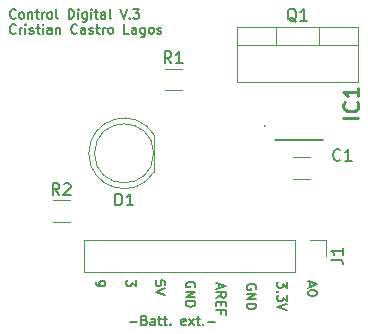
<source format=gbr>
G04 #@! TF.GenerationSoftware,KiCad,Pcbnew,9.0.0*
G04 #@! TF.CreationDate,2025-10-07T06:41:58-03:00*
G04 #@! TF.ProjectId,control temperatura_v3,636f6e74-726f-46c2-9074-656d70657261,rev?*
G04 #@! TF.SameCoordinates,Original*
G04 #@! TF.FileFunction,Legend,Top*
G04 #@! TF.FilePolarity,Positive*
%FSLAX46Y46*%
G04 Gerber Fmt 4.6, Leading zero omitted, Abs format (unit mm)*
G04 Created by KiCad (PCBNEW 9.0.0) date 2025-10-07 06:41:58*
%MOMM*%
%LPD*%
G01*
G04 APERTURE LIST*
%ADD10C,0.150000*%
%ADD11C,0.254000*%
%ADD12C,0.120000*%
%ADD13C,0.100000*%
%ADD14C,0.200000*%
G04 APERTURE END LIST*
D10*
X145268519Y-78058207D02*
X145306614Y-77982017D01*
X145306614Y-77982017D02*
X145306614Y-77867731D01*
X145306614Y-77867731D02*
X145268519Y-77753445D01*
X145268519Y-77753445D02*
X145192329Y-77677255D01*
X145192329Y-77677255D02*
X145116138Y-77639160D01*
X145116138Y-77639160D02*
X144963757Y-77601064D01*
X144963757Y-77601064D02*
X144849471Y-77601064D01*
X144849471Y-77601064D02*
X144697090Y-77639160D01*
X144697090Y-77639160D02*
X144620900Y-77677255D01*
X144620900Y-77677255D02*
X144544710Y-77753445D01*
X144544710Y-77753445D02*
X144506614Y-77867731D01*
X144506614Y-77867731D02*
X144506614Y-77943922D01*
X144506614Y-77943922D02*
X144544710Y-78058207D01*
X144544710Y-78058207D02*
X144582805Y-78096303D01*
X144582805Y-78096303D02*
X144849471Y-78096303D01*
X144849471Y-78096303D02*
X144849471Y-77943922D01*
X144506614Y-78439160D02*
X145306614Y-78439160D01*
X145306614Y-78439160D02*
X144506614Y-78896303D01*
X144506614Y-78896303D02*
X145306614Y-78896303D01*
X144506614Y-79277255D02*
X145306614Y-79277255D01*
X145306614Y-79277255D02*
X145306614Y-79467731D01*
X145306614Y-79467731D02*
X145268519Y-79582017D01*
X145268519Y-79582017D02*
X145192329Y-79658207D01*
X145192329Y-79658207D02*
X145116138Y-79696302D01*
X145116138Y-79696302D02*
X144963757Y-79734398D01*
X144963757Y-79734398D02*
X144849471Y-79734398D01*
X144849471Y-79734398D02*
X144697090Y-79696302D01*
X144697090Y-79696302D02*
X144620900Y-79658207D01*
X144620900Y-79658207D02*
X144544710Y-79582017D01*
X144544710Y-79582017D02*
X144506614Y-79467731D01*
X144506614Y-79467731D02*
X144506614Y-79277255D01*
X142159276Y-77601064D02*
X142159276Y-77982017D01*
X141930704Y-77524874D02*
X142730704Y-77791541D01*
X142730704Y-77791541D02*
X141930704Y-78058207D01*
X141930704Y-78782017D02*
X142311657Y-78515350D01*
X141930704Y-78324874D02*
X142730704Y-78324874D01*
X142730704Y-78324874D02*
X142730704Y-78629636D01*
X142730704Y-78629636D02*
X142692609Y-78705826D01*
X142692609Y-78705826D02*
X142654514Y-78743921D01*
X142654514Y-78743921D02*
X142578323Y-78782017D01*
X142578323Y-78782017D02*
X142464038Y-78782017D01*
X142464038Y-78782017D02*
X142387847Y-78743921D01*
X142387847Y-78743921D02*
X142349752Y-78705826D01*
X142349752Y-78705826D02*
X142311657Y-78629636D01*
X142311657Y-78629636D02*
X142311657Y-78324874D01*
X142349752Y-79124874D02*
X142349752Y-79391540D01*
X141930704Y-79505826D02*
X141930704Y-79124874D01*
X141930704Y-79124874D02*
X142730704Y-79124874D01*
X142730704Y-79124874D02*
X142730704Y-79505826D01*
X142349752Y-80115350D02*
X142349752Y-79848684D01*
X141930704Y-79848684D02*
X142730704Y-79848684D01*
X142730704Y-79848684D02*
X142730704Y-80229636D01*
X149885186Y-77451064D02*
X149885186Y-77832017D01*
X149656614Y-77374874D02*
X150456614Y-77641541D01*
X150456614Y-77641541D02*
X149656614Y-77908207D01*
X150456614Y-78327255D02*
X150456614Y-78403445D01*
X150456614Y-78403445D02*
X150418519Y-78479636D01*
X150418519Y-78479636D02*
X150380424Y-78517731D01*
X150380424Y-78517731D02*
X150304233Y-78555826D01*
X150304233Y-78555826D02*
X150151852Y-78593921D01*
X150151852Y-78593921D02*
X149961376Y-78593921D01*
X149961376Y-78593921D02*
X149808995Y-78555826D01*
X149808995Y-78555826D02*
X149732805Y-78517731D01*
X149732805Y-78517731D02*
X149694710Y-78479636D01*
X149694710Y-78479636D02*
X149656614Y-78403445D01*
X149656614Y-78403445D02*
X149656614Y-78327255D01*
X149656614Y-78327255D02*
X149694710Y-78251064D01*
X149694710Y-78251064D02*
X149732805Y-78212969D01*
X149732805Y-78212969D02*
X149808995Y-78174874D01*
X149808995Y-78174874D02*
X149961376Y-78136778D01*
X149961376Y-78136778D02*
X150151852Y-78136778D01*
X150151852Y-78136778D02*
X150304233Y-78174874D01*
X150304233Y-78174874D02*
X150380424Y-78212969D01*
X150380424Y-78212969D02*
X150418519Y-78251064D01*
X150418519Y-78251064D02*
X150456614Y-78327255D01*
X147880704Y-77412969D02*
X147880704Y-77908207D01*
X147880704Y-77908207D02*
X147575942Y-77641541D01*
X147575942Y-77641541D02*
X147575942Y-77755826D01*
X147575942Y-77755826D02*
X147537847Y-77832017D01*
X147537847Y-77832017D02*
X147499752Y-77870112D01*
X147499752Y-77870112D02*
X147423561Y-77908207D01*
X147423561Y-77908207D02*
X147233085Y-77908207D01*
X147233085Y-77908207D02*
X147156895Y-77870112D01*
X147156895Y-77870112D02*
X147118800Y-77832017D01*
X147118800Y-77832017D02*
X147080704Y-77755826D01*
X147080704Y-77755826D02*
X147080704Y-77527255D01*
X147080704Y-77527255D02*
X147118800Y-77451064D01*
X147118800Y-77451064D02*
X147156895Y-77412969D01*
X147156895Y-78251065D02*
X147118800Y-78289160D01*
X147118800Y-78289160D02*
X147080704Y-78251065D01*
X147080704Y-78251065D02*
X147118800Y-78212969D01*
X147118800Y-78212969D02*
X147156895Y-78251065D01*
X147156895Y-78251065D02*
X147080704Y-78251065D01*
X147880704Y-78555826D02*
X147880704Y-79051064D01*
X147880704Y-79051064D02*
X147575942Y-78784398D01*
X147575942Y-78784398D02*
X147575942Y-78898683D01*
X147575942Y-78898683D02*
X147537847Y-78974874D01*
X147537847Y-78974874D02*
X147499752Y-79012969D01*
X147499752Y-79012969D02*
X147423561Y-79051064D01*
X147423561Y-79051064D02*
X147233085Y-79051064D01*
X147233085Y-79051064D02*
X147156895Y-79012969D01*
X147156895Y-79012969D02*
X147118800Y-78974874D01*
X147118800Y-78974874D02*
X147080704Y-78898683D01*
X147080704Y-78898683D02*
X147080704Y-78670112D01*
X147080704Y-78670112D02*
X147118800Y-78593921D01*
X147118800Y-78593921D02*
X147156895Y-78555826D01*
X147880704Y-79279636D02*
X147080704Y-79546303D01*
X147080704Y-79546303D02*
X147880704Y-79812969D01*
X124921303Y-55067127D02*
X124883207Y-55105223D01*
X124883207Y-55105223D02*
X124768922Y-55143318D01*
X124768922Y-55143318D02*
X124692731Y-55143318D01*
X124692731Y-55143318D02*
X124578445Y-55105223D01*
X124578445Y-55105223D02*
X124502255Y-55029032D01*
X124502255Y-55029032D02*
X124464160Y-54952842D01*
X124464160Y-54952842D02*
X124426064Y-54800461D01*
X124426064Y-54800461D02*
X124426064Y-54686175D01*
X124426064Y-54686175D02*
X124464160Y-54533794D01*
X124464160Y-54533794D02*
X124502255Y-54457603D01*
X124502255Y-54457603D02*
X124578445Y-54381413D01*
X124578445Y-54381413D02*
X124692731Y-54343318D01*
X124692731Y-54343318D02*
X124768922Y-54343318D01*
X124768922Y-54343318D02*
X124883207Y-54381413D01*
X124883207Y-54381413D02*
X124921303Y-54419508D01*
X125378445Y-55143318D02*
X125302255Y-55105223D01*
X125302255Y-55105223D02*
X125264160Y-55067127D01*
X125264160Y-55067127D02*
X125226064Y-54990937D01*
X125226064Y-54990937D02*
X125226064Y-54762365D01*
X125226064Y-54762365D02*
X125264160Y-54686175D01*
X125264160Y-54686175D02*
X125302255Y-54648080D01*
X125302255Y-54648080D02*
X125378445Y-54609984D01*
X125378445Y-54609984D02*
X125492731Y-54609984D01*
X125492731Y-54609984D02*
X125568922Y-54648080D01*
X125568922Y-54648080D02*
X125607017Y-54686175D01*
X125607017Y-54686175D02*
X125645112Y-54762365D01*
X125645112Y-54762365D02*
X125645112Y-54990937D01*
X125645112Y-54990937D02*
X125607017Y-55067127D01*
X125607017Y-55067127D02*
X125568922Y-55105223D01*
X125568922Y-55105223D02*
X125492731Y-55143318D01*
X125492731Y-55143318D02*
X125378445Y-55143318D01*
X125987970Y-54609984D02*
X125987970Y-55143318D01*
X125987970Y-54686175D02*
X126026065Y-54648080D01*
X126026065Y-54648080D02*
X126102255Y-54609984D01*
X126102255Y-54609984D02*
X126216541Y-54609984D01*
X126216541Y-54609984D02*
X126292732Y-54648080D01*
X126292732Y-54648080D02*
X126330827Y-54724270D01*
X126330827Y-54724270D02*
X126330827Y-55143318D01*
X126597494Y-54609984D02*
X126902256Y-54609984D01*
X126711780Y-54343318D02*
X126711780Y-55029032D01*
X126711780Y-55029032D02*
X126749875Y-55105223D01*
X126749875Y-55105223D02*
X126826065Y-55143318D01*
X126826065Y-55143318D02*
X126902256Y-55143318D01*
X127168923Y-55143318D02*
X127168923Y-54609984D01*
X127168923Y-54762365D02*
X127207018Y-54686175D01*
X127207018Y-54686175D02*
X127245113Y-54648080D01*
X127245113Y-54648080D02*
X127321304Y-54609984D01*
X127321304Y-54609984D02*
X127397494Y-54609984D01*
X127778446Y-55143318D02*
X127702256Y-55105223D01*
X127702256Y-55105223D02*
X127664161Y-55067127D01*
X127664161Y-55067127D02*
X127626065Y-54990937D01*
X127626065Y-54990937D02*
X127626065Y-54762365D01*
X127626065Y-54762365D02*
X127664161Y-54686175D01*
X127664161Y-54686175D02*
X127702256Y-54648080D01*
X127702256Y-54648080D02*
X127778446Y-54609984D01*
X127778446Y-54609984D02*
X127892732Y-54609984D01*
X127892732Y-54609984D02*
X127968923Y-54648080D01*
X127968923Y-54648080D02*
X128007018Y-54686175D01*
X128007018Y-54686175D02*
X128045113Y-54762365D01*
X128045113Y-54762365D02*
X128045113Y-54990937D01*
X128045113Y-54990937D02*
X128007018Y-55067127D01*
X128007018Y-55067127D02*
X127968923Y-55105223D01*
X127968923Y-55105223D02*
X127892732Y-55143318D01*
X127892732Y-55143318D02*
X127778446Y-55143318D01*
X128502256Y-55143318D02*
X128426066Y-55105223D01*
X128426066Y-55105223D02*
X128387971Y-55029032D01*
X128387971Y-55029032D02*
X128387971Y-54343318D01*
X129416543Y-55143318D02*
X129416543Y-54343318D01*
X129416543Y-54343318D02*
X129607019Y-54343318D01*
X129607019Y-54343318D02*
X129721305Y-54381413D01*
X129721305Y-54381413D02*
X129797495Y-54457603D01*
X129797495Y-54457603D02*
X129835590Y-54533794D01*
X129835590Y-54533794D02*
X129873686Y-54686175D01*
X129873686Y-54686175D02*
X129873686Y-54800461D01*
X129873686Y-54800461D02*
X129835590Y-54952842D01*
X129835590Y-54952842D02*
X129797495Y-55029032D01*
X129797495Y-55029032D02*
X129721305Y-55105223D01*
X129721305Y-55105223D02*
X129607019Y-55143318D01*
X129607019Y-55143318D02*
X129416543Y-55143318D01*
X130216543Y-55143318D02*
X130216543Y-54609984D01*
X130216543Y-54343318D02*
X130178447Y-54381413D01*
X130178447Y-54381413D02*
X130216543Y-54419508D01*
X130216543Y-54419508D02*
X130254638Y-54381413D01*
X130254638Y-54381413D02*
X130216543Y-54343318D01*
X130216543Y-54343318D02*
X130216543Y-54419508D01*
X130940352Y-54609984D02*
X130940352Y-55257603D01*
X130940352Y-55257603D02*
X130902257Y-55333794D01*
X130902257Y-55333794D02*
X130864161Y-55371889D01*
X130864161Y-55371889D02*
X130787971Y-55409984D01*
X130787971Y-55409984D02*
X130673685Y-55409984D01*
X130673685Y-55409984D02*
X130597495Y-55371889D01*
X130940352Y-55105223D02*
X130864161Y-55143318D01*
X130864161Y-55143318D02*
X130711780Y-55143318D01*
X130711780Y-55143318D02*
X130635590Y-55105223D01*
X130635590Y-55105223D02*
X130597495Y-55067127D01*
X130597495Y-55067127D02*
X130559399Y-54990937D01*
X130559399Y-54990937D02*
X130559399Y-54762365D01*
X130559399Y-54762365D02*
X130597495Y-54686175D01*
X130597495Y-54686175D02*
X130635590Y-54648080D01*
X130635590Y-54648080D02*
X130711780Y-54609984D01*
X130711780Y-54609984D02*
X130864161Y-54609984D01*
X130864161Y-54609984D02*
X130940352Y-54648080D01*
X131321305Y-55143318D02*
X131321305Y-54609984D01*
X131321305Y-54343318D02*
X131283209Y-54381413D01*
X131283209Y-54381413D02*
X131321305Y-54419508D01*
X131321305Y-54419508D02*
X131359400Y-54381413D01*
X131359400Y-54381413D02*
X131321305Y-54343318D01*
X131321305Y-54343318D02*
X131321305Y-54419508D01*
X131587971Y-54609984D02*
X131892733Y-54609984D01*
X131702257Y-54343318D02*
X131702257Y-55029032D01*
X131702257Y-55029032D02*
X131740352Y-55105223D01*
X131740352Y-55105223D02*
X131816542Y-55143318D01*
X131816542Y-55143318D02*
X131892733Y-55143318D01*
X132502257Y-55143318D02*
X132502257Y-54724270D01*
X132502257Y-54724270D02*
X132464162Y-54648080D01*
X132464162Y-54648080D02*
X132387971Y-54609984D01*
X132387971Y-54609984D02*
X132235590Y-54609984D01*
X132235590Y-54609984D02*
X132159400Y-54648080D01*
X132502257Y-55105223D02*
X132426066Y-55143318D01*
X132426066Y-55143318D02*
X132235590Y-55143318D01*
X132235590Y-55143318D02*
X132159400Y-55105223D01*
X132159400Y-55105223D02*
X132121304Y-55029032D01*
X132121304Y-55029032D02*
X132121304Y-54952842D01*
X132121304Y-54952842D02*
X132159400Y-54876651D01*
X132159400Y-54876651D02*
X132235590Y-54838556D01*
X132235590Y-54838556D02*
X132426066Y-54838556D01*
X132426066Y-54838556D02*
X132502257Y-54800461D01*
X132997495Y-55143318D02*
X132921305Y-55105223D01*
X132921305Y-55105223D02*
X132883210Y-55029032D01*
X132883210Y-55029032D02*
X132883210Y-54343318D01*
X133797496Y-54343318D02*
X134064163Y-55143318D01*
X134064163Y-55143318D02*
X134330829Y-54343318D01*
X134597496Y-55067127D02*
X134635591Y-55105223D01*
X134635591Y-55105223D02*
X134597496Y-55143318D01*
X134597496Y-55143318D02*
X134559400Y-55105223D01*
X134559400Y-55105223D02*
X134597496Y-55067127D01*
X134597496Y-55067127D02*
X134597496Y-55143318D01*
X134902257Y-54343318D02*
X135397495Y-54343318D01*
X135397495Y-54343318D02*
X135130829Y-54648080D01*
X135130829Y-54648080D02*
X135245114Y-54648080D01*
X135245114Y-54648080D02*
X135321305Y-54686175D01*
X135321305Y-54686175D02*
X135359400Y-54724270D01*
X135359400Y-54724270D02*
X135397495Y-54800461D01*
X135397495Y-54800461D02*
X135397495Y-54990937D01*
X135397495Y-54990937D02*
X135359400Y-55067127D01*
X135359400Y-55067127D02*
X135321305Y-55105223D01*
X135321305Y-55105223D02*
X135245114Y-55143318D01*
X135245114Y-55143318D02*
X135016543Y-55143318D01*
X135016543Y-55143318D02*
X134940352Y-55105223D01*
X134940352Y-55105223D02*
X134902257Y-55067127D01*
X124921303Y-56355082D02*
X124883207Y-56393178D01*
X124883207Y-56393178D02*
X124768922Y-56431273D01*
X124768922Y-56431273D02*
X124692731Y-56431273D01*
X124692731Y-56431273D02*
X124578445Y-56393178D01*
X124578445Y-56393178D02*
X124502255Y-56316987D01*
X124502255Y-56316987D02*
X124464160Y-56240797D01*
X124464160Y-56240797D02*
X124426064Y-56088416D01*
X124426064Y-56088416D02*
X124426064Y-55974130D01*
X124426064Y-55974130D02*
X124464160Y-55821749D01*
X124464160Y-55821749D02*
X124502255Y-55745558D01*
X124502255Y-55745558D02*
X124578445Y-55669368D01*
X124578445Y-55669368D02*
X124692731Y-55631273D01*
X124692731Y-55631273D02*
X124768922Y-55631273D01*
X124768922Y-55631273D02*
X124883207Y-55669368D01*
X124883207Y-55669368D02*
X124921303Y-55707463D01*
X125264160Y-56431273D02*
X125264160Y-55897939D01*
X125264160Y-56050320D02*
X125302255Y-55974130D01*
X125302255Y-55974130D02*
X125340350Y-55936035D01*
X125340350Y-55936035D02*
X125416541Y-55897939D01*
X125416541Y-55897939D02*
X125492731Y-55897939D01*
X125759398Y-56431273D02*
X125759398Y-55897939D01*
X125759398Y-55631273D02*
X125721302Y-55669368D01*
X125721302Y-55669368D02*
X125759398Y-55707463D01*
X125759398Y-55707463D02*
X125797493Y-55669368D01*
X125797493Y-55669368D02*
X125759398Y-55631273D01*
X125759398Y-55631273D02*
X125759398Y-55707463D01*
X126102254Y-56393178D02*
X126178445Y-56431273D01*
X126178445Y-56431273D02*
X126330826Y-56431273D01*
X126330826Y-56431273D02*
X126407016Y-56393178D01*
X126407016Y-56393178D02*
X126445112Y-56316987D01*
X126445112Y-56316987D02*
X126445112Y-56278892D01*
X126445112Y-56278892D02*
X126407016Y-56202701D01*
X126407016Y-56202701D02*
X126330826Y-56164606D01*
X126330826Y-56164606D02*
X126216540Y-56164606D01*
X126216540Y-56164606D02*
X126140350Y-56126511D01*
X126140350Y-56126511D02*
X126102254Y-56050320D01*
X126102254Y-56050320D02*
X126102254Y-56012225D01*
X126102254Y-56012225D02*
X126140350Y-55936035D01*
X126140350Y-55936035D02*
X126216540Y-55897939D01*
X126216540Y-55897939D02*
X126330826Y-55897939D01*
X126330826Y-55897939D02*
X126407016Y-55936035D01*
X126673683Y-55897939D02*
X126978445Y-55897939D01*
X126787969Y-55631273D02*
X126787969Y-56316987D01*
X126787969Y-56316987D02*
X126826064Y-56393178D01*
X126826064Y-56393178D02*
X126902254Y-56431273D01*
X126902254Y-56431273D02*
X126978445Y-56431273D01*
X127245112Y-56431273D02*
X127245112Y-55897939D01*
X127245112Y-55631273D02*
X127207016Y-55669368D01*
X127207016Y-55669368D02*
X127245112Y-55707463D01*
X127245112Y-55707463D02*
X127283207Y-55669368D01*
X127283207Y-55669368D02*
X127245112Y-55631273D01*
X127245112Y-55631273D02*
X127245112Y-55707463D01*
X127968921Y-56431273D02*
X127968921Y-56012225D01*
X127968921Y-56012225D02*
X127930826Y-55936035D01*
X127930826Y-55936035D02*
X127854635Y-55897939D01*
X127854635Y-55897939D02*
X127702254Y-55897939D01*
X127702254Y-55897939D02*
X127626064Y-55936035D01*
X127968921Y-56393178D02*
X127892730Y-56431273D01*
X127892730Y-56431273D02*
X127702254Y-56431273D01*
X127702254Y-56431273D02*
X127626064Y-56393178D01*
X127626064Y-56393178D02*
X127587968Y-56316987D01*
X127587968Y-56316987D02*
X127587968Y-56240797D01*
X127587968Y-56240797D02*
X127626064Y-56164606D01*
X127626064Y-56164606D02*
X127702254Y-56126511D01*
X127702254Y-56126511D02*
X127892730Y-56126511D01*
X127892730Y-56126511D02*
X127968921Y-56088416D01*
X128349874Y-55897939D02*
X128349874Y-56431273D01*
X128349874Y-55974130D02*
X128387969Y-55936035D01*
X128387969Y-55936035D02*
X128464159Y-55897939D01*
X128464159Y-55897939D02*
X128578445Y-55897939D01*
X128578445Y-55897939D02*
X128654636Y-55936035D01*
X128654636Y-55936035D02*
X128692731Y-56012225D01*
X128692731Y-56012225D02*
X128692731Y-56431273D01*
X130140351Y-56355082D02*
X130102255Y-56393178D01*
X130102255Y-56393178D02*
X129987970Y-56431273D01*
X129987970Y-56431273D02*
X129911779Y-56431273D01*
X129911779Y-56431273D02*
X129797493Y-56393178D01*
X129797493Y-56393178D02*
X129721303Y-56316987D01*
X129721303Y-56316987D02*
X129683208Y-56240797D01*
X129683208Y-56240797D02*
X129645112Y-56088416D01*
X129645112Y-56088416D02*
X129645112Y-55974130D01*
X129645112Y-55974130D02*
X129683208Y-55821749D01*
X129683208Y-55821749D02*
X129721303Y-55745558D01*
X129721303Y-55745558D02*
X129797493Y-55669368D01*
X129797493Y-55669368D02*
X129911779Y-55631273D01*
X129911779Y-55631273D02*
X129987970Y-55631273D01*
X129987970Y-55631273D02*
X130102255Y-55669368D01*
X130102255Y-55669368D02*
X130140351Y-55707463D01*
X130826065Y-56431273D02*
X130826065Y-56012225D01*
X130826065Y-56012225D02*
X130787970Y-55936035D01*
X130787970Y-55936035D02*
X130711779Y-55897939D01*
X130711779Y-55897939D02*
X130559398Y-55897939D01*
X130559398Y-55897939D02*
X130483208Y-55936035D01*
X130826065Y-56393178D02*
X130749874Y-56431273D01*
X130749874Y-56431273D02*
X130559398Y-56431273D01*
X130559398Y-56431273D02*
X130483208Y-56393178D01*
X130483208Y-56393178D02*
X130445112Y-56316987D01*
X130445112Y-56316987D02*
X130445112Y-56240797D01*
X130445112Y-56240797D02*
X130483208Y-56164606D01*
X130483208Y-56164606D02*
X130559398Y-56126511D01*
X130559398Y-56126511D02*
X130749874Y-56126511D01*
X130749874Y-56126511D02*
X130826065Y-56088416D01*
X131168922Y-56393178D02*
X131245113Y-56431273D01*
X131245113Y-56431273D02*
X131397494Y-56431273D01*
X131397494Y-56431273D02*
X131473684Y-56393178D01*
X131473684Y-56393178D02*
X131511780Y-56316987D01*
X131511780Y-56316987D02*
X131511780Y-56278892D01*
X131511780Y-56278892D02*
X131473684Y-56202701D01*
X131473684Y-56202701D02*
X131397494Y-56164606D01*
X131397494Y-56164606D02*
X131283208Y-56164606D01*
X131283208Y-56164606D02*
X131207018Y-56126511D01*
X131207018Y-56126511D02*
X131168922Y-56050320D01*
X131168922Y-56050320D02*
X131168922Y-56012225D01*
X131168922Y-56012225D02*
X131207018Y-55936035D01*
X131207018Y-55936035D02*
X131283208Y-55897939D01*
X131283208Y-55897939D02*
X131397494Y-55897939D01*
X131397494Y-55897939D02*
X131473684Y-55936035D01*
X131740351Y-55897939D02*
X132045113Y-55897939D01*
X131854637Y-55631273D02*
X131854637Y-56316987D01*
X131854637Y-56316987D02*
X131892732Y-56393178D01*
X131892732Y-56393178D02*
X131968922Y-56431273D01*
X131968922Y-56431273D02*
X132045113Y-56431273D01*
X132311780Y-56431273D02*
X132311780Y-55897939D01*
X132311780Y-56050320D02*
X132349875Y-55974130D01*
X132349875Y-55974130D02*
X132387970Y-55936035D01*
X132387970Y-55936035D02*
X132464161Y-55897939D01*
X132464161Y-55897939D02*
X132540351Y-55897939D01*
X132921303Y-56431273D02*
X132845113Y-56393178D01*
X132845113Y-56393178D02*
X132807018Y-56355082D01*
X132807018Y-56355082D02*
X132768922Y-56278892D01*
X132768922Y-56278892D02*
X132768922Y-56050320D01*
X132768922Y-56050320D02*
X132807018Y-55974130D01*
X132807018Y-55974130D02*
X132845113Y-55936035D01*
X132845113Y-55936035D02*
X132921303Y-55897939D01*
X132921303Y-55897939D02*
X133035589Y-55897939D01*
X133035589Y-55897939D02*
X133111780Y-55936035D01*
X133111780Y-55936035D02*
X133149875Y-55974130D01*
X133149875Y-55974130D02*
X133187970Y-56050320D01*
X133187970Y-56050320D02*
X133187970Y-56278892D01*
X133187970Y-56278892D02*
X133149875Y-56355082D01*
X133149875Y-56355082D02*
X133111780Y-56393178D01*
X133111780Y-56393178D02*
X133035589Y-56431273D01*
X133035589Y-56431273D02*
X132921303Y-56431273D01*
X134521304Y-56431273D02*
X134140352Y-56431273D01*
X134140352Y-56431273D02*
X134140352Y-55631273D01*
X135130828Y-56431273D02*
X135130828Y-56012225D01*
X135130828Y-56012225D02*
X135092733Y-55936035D01*
X135092733Y-55936035D02*
X135016542Y-55897939D01*
X135016542Y-55897939D02*
X134864161Y-55897939D01*
X134864161Y-55897939D02*
X134787971Y-55936035D01*
X135130828Y-56393178D02*
X135054637Y-56431273D01*
X135054637Y-56431273D02*
X134864161Y-56431273D01*
X134864161Y-56431273D02*
X134787971Y-56393178D01*
X134787971Y-56393178D02*
X134749875Y-56316987D01*
X134749875Y-56316987D02*
X134749875Y-56240797D01*
X134749875Y-56240797D02*
X134787971Y-56164606D01*
X134787971Y-56164606D02*
X134864161Y-56126511D01*
X134864161Y-56126511D02*
X135054637Y-56126511D01*
X135054637Y-56126511D02*
X135130828Y-56088416D01*
X135854638Y-55897939D02*
X135854638Y-56545558D01*
X135854638Y-56545558D02*
X135816543Y-56621749D01*
X135816543Y-56621749D02*
X135778447Y-56659844D01*
X135778447Y-56659844D02*
X135702257Y-56697939D01*
X135702257Y-56697939D02*
X135587971Y-56697939D01*
X135587971Y-56697939D02*
X135511781Y-56659844D01*
X135854638Y-56393178D02*
X135778447Y-56431273D01*
X135778447Y-56431273D02*
X135626066Y-56431273D01*
X135626066Y-56431273D02*
X135549876Y-56393178D01*
X135549876Y-56393178D02*
X135511781Y-56355082D01*
X135511781Y-56355082D02*
X135473685Y-56278892D01*
X135473685Y-56278892D02*
X135473685Y-56050320D01*
X135473685Y-56050320D02*
X135511781Y-55974130D01*
X135511781Y-55974130D02*
X135549876Y-55936035D01*
X135549876Y-55936035D02*
X135626066Y-55897939D01*
X135626066Y-55897939D02*
X135778447Y-55897939D01*
X135778447Y-55897939D02*
X135854638Y-55936035D01*
X136349876Y-56431273D02*
X136273686Y-56393178D01*
X136273686Y-56393178D02*
X136235591Y-56355082D01*
X136235591Y-56355082D02*
X136197495Y-56278892D01*
X136197495Y-56278892D02*
X136197495Y-56050320D01*
X136197495Y-56050320D02*
X136235591Y-55974130D01*
X136235591Y-55974130D02*
X136273686Y-55936035D01*
X136273686Y-55936035D02*
X136349876Y-55897939D01*
X136349876Y-55897939D02*
X136464162Y-55897939D01*
X136464162Y-55897939D02*
X136540353Y-55936035D01*
X136540353Y-55936035D02*
X136578448Y-55974130D01*
X136578448Y-55974130D02*
X136616543Y-56050320D01*
X136616543Y-56050320D02*
X136616543Y-56278892D01*
X136616543Y-56278892D02*
X136578448Y-56355082D01*
X136578448Y-56355082D02*
X136540353Y-56393178D01*
X136540353Y-56393178D02*
X136464162Y-56431273D01*
X136464162Y-56431273D02*
X136349876Y-56431273D01*
X136921305Y-56393178D02*
X136997496Y-56431273D01*
X136997496Y-56431273D02*
X137149877Y-56431273D01*
X137149877Y-56431273D02*
X137226067Y-56393178D01*
X137226067Y-56393178D02*
X137264163Y-56316987D01*
X137264163Y-56316987D02*
X137264163Y-56278892D01*
X137264163Y-56278892D02*
X137226067Y-56202701D01*
X137226067Y-56202701D02*
X137149877Y-56164606D01*
X137149877Y-56164606D02*
X137035591Y-56164606D01*
X137035591Y-56164606D02*
X136959401Y-56126511D01*
X136959401Y-56126511D02*
X136921305Y-56050320D01*
X136921305Y-56050320D02*
X136921305Y-56012225D01*
X136921305Y-56012225D02*
X136959401Y-55936035D01*
X136959401Y-55936035D02*
X137035591Y-55897939D01*
X137035591Y-55897939D02*
X137149877Y-55897939D01*
X137149877Y-55897939D02*
X137226067Y-55936035D01*
X140118519Y-77865476D02*
X140156614Y-77789286D01*
X140156614Y-77789286D02*
X140156614Y-77675000D01*
X140156614Y-77675000D02*
X140118519Y-77560714D01*
X140118519Y-77560714D02*
X140042329Y-77484524D01*
X140042329Y-77484524D02*
X139966138Y-77446429D01*
X139966138Y-77446429D02*
X139813757Y-77408333D01*
X139813757Y-77408333D02*
X139699471Y-77408333D01*
X139699471Y-77408333D02*
X139547090Y-77446429D01*
X139547090Y-77446429D02*
X139470900Y-77484524D01*
X139470900Y-77484524D02*
X139394710Y-77560714D01*
X139394710Y-77560714D02*
X139356614Y-77675000D01*
X139356614Y-77675000D02*
X139356614Y-77751191D01*
X139356614Y-77751191D02*
X139394710Y-77865476D01*
X139394710Y-77865476D02*
X139432805Y-77903572D01*
X139432805Y-77903572D02*
X139699471Y-77903572D01*
X139699471Y-77903572D02*
X139699471Y-77751191D01*
X139356614Y-78246429D02*
X140156614Y-78246429D01*
X140156614Y-78246429D02*
X139356614Y-78703572D01*
X139356614Y-78703572D02*
X140156614Y-78703572D01*
X139356614Y-79084524D02*
X140156614Y-79084524D01*
X140156614Y-79084524D02*
X140156614Y-79275000D01*
X140156614Y-79275000D02*
X140118519Y-79389286D01*
X140118519Y-79389286D02*
X140042329Y-79465476D01*
X140042329Y-79465476D02*
X139966138Y-79503571D01*
X139966138Y-79503571D02*
X139813757Y-79541667D01*
X139813757Y-79541667D02*
X139699471Y-79541667D01*
X139699471Y-79541667D02*
X139547090Y-79503571D01*
X139547090Y-79503571D02*
X139470900Y-79465476D01*
X139470900Y-79465476D02*
X139394710Y-79389286D01*
X139394710Y-79389286D02*
X139356614Y-79275000D01*
X139356614Y-79275000D02*
X139356614Y-79084524D01*
X137580704Y-77713095D02*
X137580704Y-77332143D01*
X137580704Y-77332143D02*
X137199752Y-77294047D01*
X137199752Y-77294047D02*
X137237847Y-77332143D01*
X137237847Y-77332143D02*
X137275942Y-77408333D01*
X137275942Y-77408333D02*
X137275942Y-77598809D01*
X137275942Y-77598809D02*
X137237847Y-77675000D01*
X137237847Y-77675000D02*
X137199752Y-77713095D01*
X137199752Y-77713095D02*
X137123561Y-77751190D01*
X137123561Y-77751190D02*
X136933085Y-77751190D01*
X136933085Y-77751190D02*
X136856895Y-77713095D01*
X136856895Y-77713095D02*
X136818800Y-77675000D01*
X136818800Y-77675000D02*
X136780704Y-77598809D01*
X136780704Y-77598809D02*
X136780704Y-77408333D01*
X136780704Y-77408333D02*
X136818800Y-77332143D01*
X136818800Y-77332143D02*
X136856895Y-77294047D01*
X137580704Y-77979762D02*
X136780704Y-78246429D01*
X136780704Y-78246429D02*
X137580704Y-78513095D01*
X135081614Y-77287969D02*
X135081614Y-77783207D01*
X135081614Y-77783207D02*
X134776852Y-77516541D01*
X134776852Y-77516541D02*
X134776852Y-77630826D01*
X134776852Y-77630826D02*
X134738757Y-77707017D01*
X134738757Y-77707017D02*
X134700662Y-77745112D01*
X134700662Y-77745112D02*
X134624471Y-77783207D01*
X134624471Y-77783207D02*
X134433995Y-77783207D01*
X134433995Y-77783207D02*
X134357805Y-77745112D01*
X134357805Y-77745112D02*
X134319710Y-77707017D01*
X134319710Y-77707017D02*
X134281614Y-77630826D01*
X134281614Y-77630826D02*
X134281614Y-77402255D01*
X134281614Y-77402255D02*
X134319710Y-77326064D01*
X134319710Y-77326064D02*
X134357805Y-77287969D01*
X131705704Y-77402255D02*
X131705704Y-77554636D01*
X131705704Y-77554636D02*
X131743800Y-77630826D01*
X131743800Y-77630826D02*
X131781895Y-77668922D01*
X131781895Y-77668922D02*
X131896180Y-77745112D01*
X131896180Y-77745112D02*
X132048561Y-77783207D01*
X132048561Y-77783207D02*
X132353323Y-77783207D01*
X132353323Y-77783207D02*
X132429514Y-77745112D01*
X132429514Y-77745112D02*
X132467609Y-77707017D01*
X132467609Y-77707017D02*
X132505704Y-77630826D01*
X132505704Y-77630826D02*
X132505704Y-77478445D01*
X132505704Y-77478445D02*
X132467609Y-77402255D01*
X132467609Y-77402255D02*
X132429514Y-77364160D01*
X132429514Y-77364160D02*
X132353323Y-77326064D01*
X132353323Y-77326064D02*
X132162847Y-77326064D01*
X132162847Y-77326064D02*
X132086657Y-77364160D01*
X132086657Y-77364160D02*
X132048561Y-77402255D01*
X132048561Y-77402255D02*
X132010466Y-77478445D01*
X132010466Y-77478445D02*
X132010466Y-77630826D01*
X132010466Y-77630826D02*
X132048561Y-77707017D01*
X132048561Y-77707017D02*
X132086657Y-77745112D01*
X132086657Y-77745112D02*
X132162847Y-77783207D01*
X134589160Y-80789533D02*
X135198684Y-80789533D01*
X135846302Y-80675247D02*
X135960588Y-80713342D01*
X135960588Y-80713342D02*
X135998683Y-80751438D01*
X135998683Y-80751438D02*
X136036779Y-80827628D01*
X136036779Y-80827628D02*
X136036779Y-80941914D01*
X136036779Y-80941914D02*
X135998683Y-81018104D01*
X135998683Y-81018104D02*
X135960588Y-81056200D01*
X135960588Y-81056200D02*
X135884398Y-81094295D01*
X135884398Y-81094295D02*
X135579636Y-81094295D01*
X135579636Y-81094295D02*
X135579636Y-80294295D01*
X135579636Y-80294295D02*
X135846302Y-80294295D01*
X135846302Y-80294295D02*
X135922493Y-80332390D01*
X135922493Y-80332390D02*
X135960588Y-80370485D01*
X135960588Y-80370485D02*
X135998683Y-80446676D01*
X135998683Y-80446676D02*
X135998683Y-80522866D01*
X135998683Y-80522866D02*
X135960588Y-80599057D01*
X135960588Y-80599057D02*
X135922493Y-80637152D01*
X135922493Y-80637152D02*
X135846302Y-80675247D01*
X135846302Y-80675247D02*
X135579636Y-80675247D01*
X136722493Y-81094295D02*
X136722493Y-80675247D01*
X136722493Y-80675247D02*
X136684398Y-80599057D01*
X136684398Y-80599057D02*
X136608207Y-80560961D01*
X136608207Y-80560961D02*
X136455826Y-80560961D01*
X136455826Y-80560961D02*
X136379636Y-80599057D01*
X136722493Y-81056200D02*
X136646302Y-81094295D01*
X136646302Y-81094295D02*
X136455826Y-81094295D01*
X136455826Y-81094295D02*
X136379636Y-81056200D01*
X136379636Y-81056200D02*
X136341540Y-80980009D01*
X136341540Y-80980009D02*
X136341540Y-80903819D01*
X136341540Y-80903819D02*
X136379636Y-80827628D01*
X136379636Y-80827628D02*
X136455826Y-80789533D01*
X136455826Y-80789533D02*
X136646302Y-80789533D01*
X136646302Y-80789533D02*
X136722493Y-80751438D01*
X136989160Y-80560961D02*
X137293922Y-80560961D01*
X137103446Y-80294295D02*
X137103446Y-80980009D01*
X137103446Y-80980009D02*
X137141541Y-81056200D01*
X137141541Y-81056200D02*
X137217731Y-81094295D01*
X137217731Y-81094295D02*
X137293922Y-81094295D01*
X137446303Y-80560961D02*
X137751065Y-80560961D01*
X137560589Y-80294295D02*
X137560589Y-80980009D01*
X137560589Y-80980009D02*
X137598684Y-81056200D01*
X137598684Y-81056200D02*
X137674874Y-81094295D01*
X137674874Y-81094295D02*
X137751065Y-81094295D01*
X138017732Y-81018104D02*
X138055827Y-81056200D01*
X138055827Y-81056200D02*
X138017732Y-81094295D01*
X138017732Y-81094295D02*
X137979636Y-81056200D01*
X137979636Y-81056200D02*
X138017732Y-81018104D01*
X138017732Y-81018104D02*
X138017732Y-81094295D01*
X139312970Y-81056200D02*
X139236779Y-81094295D01*
X139236779Y-81094295D02*
X139084398Y-81094295D01*
X139084398Y-81094295D02*
X139008208Y-81056200D01*
X139008208Y-81056200D02*
X138970112Y-80980009D01*
X138970112Y-80980009D02*
X138970112Y-80675247D01*
X138970112Y-80675247D02*
X139008208Y-80599057D01*
X139008208Y-80599057D02*
X139084398Y-80560961D01*
X139084398Y-80560961D02*
X139236779Y-80560961D01*
X139236779Y-80560961D02*
X139312970Y-80599057D01*
X139312970Y-80599057D02*
X139351065Y-80675247D01*
X139351065Y-80675247D02*
X139351065Y-80751438D01*
X139351065Y-80751438D02*
X138970112Y-80827628D01*
X139617731Y-81094295D02*
X140036779Y-80560961D01*
X139617731Y-80560961D02*
X140036779Y-81094295D01*
X140227255Y-80560961D02*
X140532017Y-80560961D01*
X140341541Y-80294295D02*
X140341541Y-80980009D01*
X140341541Y-80980009D02*
X140379636Y-81056200D01*
X140379636Y-81056200D02*
X140455826Y-81094295D01*
X140455826Y-81094295D02*
X140532017Y-81094295D01*
X140798684Y-81018104D02*
X140836779Y-81056200D01*
X140836779Y-81056200D02*
X140798684Y-81094295D01*
X140798684Y-81094295D02*
X140760588Y-81056200D01*
X140760588Y-81056200D02*
X140798684Y-81018104D01*
X140798684Y-81018104D02*
X140798684Y-81094295D01*
X141179636Y-80789533D02*
X141789160Y-80789533D01*
X151634819Y-75558333D02*
X152349104Y-75558333D01*
X152349104Y-75558333D02*
X152491961Y-75605952D01*
X152491961Y-75605952D02*
X152587200Y-75701190D01*
X152587200Y-75701190D02*
X152634819Y-75844047D01*
X152634819Y-75844047D02*
X152634819Y-75939285D01*
X152634819Y-74558333D02*
X152634819Y-75129761D01*
X152634819Y-74844047D02*
X151634819Y-74844047D01*
X151634819Y-74844047D02*
X151777676Y-74939285D01*
X151777676Y-74939285D02*
X151872914Y-75034523D01*
X151872914Y-75034523D02*
X151920533Y-75129761D01*
X128633333Y-70084819D02*
X128300000Y-69608628D01*
X128061905Y-70084819D02*
X128061905Y-69084819D01*
X128061905Y-69084819D02*
X128442857Y-69084819D01*
X128442857Y-69084819D02*
X128538095Y-69132438D01*
X128538095Y-69132438D02*
X128585714Y-69180057D01*
X128585714Y-69180057D02*
X128633333Y-69275295D01*
X128633333Y-69275295D02*
X128633333Y-69418152D01*
X128633333Y-69418152D02*
X128585714Y-69513390D01*
X128585714Y-69513390D02*
X128538095Y-69561009D01*
X128538095Y-69561009D02*
X128442857Y-69608628D01*
X128442857Y-69608628D02*
X128061905Y-69608628D01*
X129014286Y-69180057D02*
X129061905Y-69132438D01*
X129061905Y-69132438D02*
X129157143Y-69084819D01*
X129157143Y-69084819D02*
X129395238Y-69084819D01*
X129395238Y-69084819D02*
X129490476Y-69132438D01*
X129490476Y-69132438D02*
X129538095Y-69180057D01*
X129538095Y-69180057D02*
X129585714Y-69275295D01*
X129585714Y-69275295D02*
X129585714Y-69370533D01*
X129585714Y-69370533D02*
X129538095Y-69513390D01*
X129538095Y-69513390D02*
X128966667Y-70084819D01*
X128966667Y-70084819D02*
X129585714Y-70084819D01*
D11*
X153949318Y-63539762D02*
X152679318Y-63539762D01*
X153828365Y-62209285D02*
X153888842Y-62269761D01*
X153888842Y-62269761D02*
X153949318Y-62451190D01*
X153949318Y-62451190D02*
X153949318Y-62572142D01*
X153949318Y-62572142D02*
X153888842Y-62753571D01*
X153888842Y-62753571D02*
X153767889Y-62874523D01*
X153767889Y-62874523D02*
X153646937Y-62935000D01*
X153646937Y-62935000D02*
X153405032Y-62995476D01*
X153405032Y-62995476D02*
X153223603Y-62995476D01*
X153223603Y-62995476D02*
X152981699Y-62935000D01*
X152981699Y-62935000D02*
X152860746Y-62874523D01*
X152860746Y-62874523D02*
X152739794Y-62753571D01*
X152739794Y-62753571D02*
X152679318Y-62572142D01*
X152679318Y-62572142D02*
X152679318Y-62451190D01*
X152679318Y-62451190D02*
X152739794Y-62269761D01*
X152739794Y-62269761D02*
X152800270Y-62209285D01*
X153949318Y-60999761D02*
X153949318Y-61725476D01*
X153949318Y-61362619D02*
X152679318Y-61362619D01*
X152679318Y-61362619D02*
X152860746Y-61483571D01*
X152860746Y-61483571D02*
X152981699Y-61604523D01*
X152981699Y-61604523D02*
X153042175Y-61725476D01*
D10*
X133373905Y-70962819D02*
X133373905Y-69962819D01*
X133373905Y-69962819D02*
X133612000Y-69962819D01*
X133612000Y-69962819D02*
X133754857Y-70010438D01*
X133754857Y-70010438D02*
X133850095Y-70105676D01*
X133850095Y-70105676D02*
X133897714Y-70200914D01*
X133897714Y-70200914D02*
X133945333Y-70391390D01*
X133945333Y-70391390D02*
X133945333Y-70534247D01*
X133945333Y-70534247D02*
X133897714Y-70724723D01*
X133897714Y-70724723D02*
X133850095Y-70819961D01*
X133850095Y-70819961D02*
X133754857Y-70915200D01*
X133754857Y-70915200D02*
X133612000Y-70962819D01*
X133612000Y-70962819D02*
X133373905Y-70962819D01*
X134897714Y-70962819D02*
X134326286Y-70962819D01*
X134612000Y-70962819D02*
X134612000Y-69962819D01*
X134612000Y-69962819D02*
X134516762Y-70105676D01*
X134516762Y-70105676D02*
X134421524Y-70200914D01*
X134421524Y-70200914D02*
X134326286Y-70248533D01*
X148694761Y-55405057D02*
X148599523Y-55357438D01*
X148599523Y-55357438D02*
X148504285Y-55262200D01*
X148504285Y-55262200D02*
X148361428Y-55119342D01*
X148361428Y-55119342D02*
X148266190Y-55071723D01*
X148266190Y-55071723D02*
X148170952Y-55071723D01*
X148218571Y-55309819D02*
X148123333Y-55262200D01*
X148123333Y-55262200D02*
X148028095Y-55166961D01*
X148028095Y-55166961D02*
X147980476Y-54976485D01*
X147980476Y-54976485D02*
X147980476Y-54643152D01*
X147980476Y-54643152D02*
X148028095Y-54452676D01*
X148028095Y-54452676D02*
X148123333Y-54357438D01*
X148123333Y-54357438D02*
X148218571Y-54309819D01*
X148218571Y-54309819D02*
X148409047Y-54309819D01*
X148409047Y-54309819D02*
X148504285Y-54357438D01*
X148504285Y-54357438D02*
X148599523Y-54452676D01*
X148599523Y-54452676D02*
X148647142Y-54643152D01*
X148647142Y-54643152D02*
X148647142Y-54976485D01*
X148647142Y-54976485D02*
X148599523Y-55166961D01*
X148599523Y-55166961D02*
X148504285Y-55262200D01*
X148504285Y-55262200D02*
X148409047Y-55309819D01*
X148409047Y-55309819D02*
X148218571Y-55309819D01*
X149599523Y-55309819D02*
X149028095Y-55309819D01*
X149313809Y-55309819D02*
X149313809Y-54309819D01*
X149313809Y-54309819D02*
X149218571Y-54452676D01*
X149218571Y-54452676D02*
X149123333Y-54547914D01*
X149123333Y-54547914D02*
X149028095Y-54595533D01*
X152433333Y-67084580D02*
X152385714Y-67132200D01*
X152385714Y-67132200D02*
X152242857Y-67179819D01*
X152242857Y-67179819D02*
X152147619Y-67179819D01*
X152147619Y-67179819D02*
X152004762Y-67132200D01*
X152004762Y-67132200D02*
X151909524Y-67036961D01*
X151909524Y-67036961D02*
X151861905Y-66941723D01*
X151861905Y-66941723D02*
X151814286Y-66751247D01*
X151814286Y-66751247D02*
X151814286Y-66608390D01*
X151814286Y-66608390D02*
X151861905Y-66417914D01*
X151861905Y-66417914D02*
X151909524Y-66322676D01*
X151909524Y-66322676D02*
X152004762Y-66227438D01*
X152004762Y-66227438D02*
X152147619Y-66179819D01*
X152147619Y-66179819D02*
X152242857Y-66179819D01*
X152242857Y-66179819D02*
X152385714Y-66227438D01*
X152385714Y-66227438D02*
X152433333Y-66275057D01*
X153385714Y-67179819D02*
X152814286Y-67179819D01*
X153100000Y-67179819D02*
X153100000Y-66179819D01*
X153100000Y-66179819D02*
X153004762Y-66322676D01*
X153004762Y-66322676D02*
X152909524Y-66417914D01*
X152909524Y-66417914D02*
X152814286Y-66465533D01*
X138108333Y-58909819D02*
X137775000Y-58433628D01*
X137536905Y-58909819D02*
X137536905Y-57909819D01*
X137536905Y-57909819D02*
X137917857Y-57909819D01*
X137917857Y-57909819D02*
X138013095Y-57957438D01*
X138013095Y-57957438D02*
X138060714Y-58005057D01*
X138060714Y-58005057D02*
X138108333Y-58100295D01*
X138108333Y-58100295D02*
X138108333Y-58243152D01*
X138108333Y-58243152D02*
X138060714Y-58338390D01*
X138060714Y-58338390D02*
X138013095Y-58386009D01*
X138013095Y-58386009D02*
X137917857Y-58433628D01*
X137917857Y-58433628D02*
X137536905Y-58433628D01*
X139060714Y-58909819D02*
X138489286Y-58909819D01*
X138775000Y-58909819D02*
X138775000Y-57909819D01*
X138775000Y-57909819D02*
X138679762Y-58052676D01*
X138679762Y-58052676D02*
X138584524Y-58147914D01*
X138584524Y-58147914D02*
X138489286Y-58195533D01*
D12*
X151180000Y-73895000D02*
X151180000Y-75225000D01*
X149850000Y-73895000D02*
X151180000Y-73895000D01*
X148580000Y-73895000D02*
X130740000Y-73895000D01*
X148580000Y-73895000D02*
X148580000Y-76555000D01*
X130740000Y-73895000D02*
X130740000Y-76555000D01*
X148580000Y-76555000D02*
X130740000Y-76555000D01*
X128072936Y-70540000D02*
X129527064Y-70540000D01*
X128072936Y-72360000D02*
X129527064Y-72360000D01*
D13*
X145950000Y-64225000D02*
X145950000Y-64225000D01*
X146050000Y-64225000D02*
X146050000Y-64225000D01*
D14*
X146920000Y-65425000D02*
X150920000Y-65425000D01*
D13*
X145950000Y-64225000D02*
G75*
G02*
X146050000Y-64225000I50000J0D01*
G01*
X146050000Y-64225000D02*
G75*
G02*
X145950000Y-64225000I-50000J0D01*
G01*
D12*
X136672000Y-68093000D02*
X136672000Y-65003000D01*
X131122000Y-66547952D02*
G75*
G02*
X136672000Y-65003170I2990000J-48D01*
G01*
X136672000Y-68092830D02*
G75*
G02*
X131122000Y-66548048I-2560000J1544830D01*
G01*
X136612000Y-66548000D02*
G75*
G02*
X131612000Y-66548000I-2500000J0D01*
G01*
X131612000Y-66548000D02*
G75*
G02*
X136612000Y-66548000I2500000J0D01*
G01*
X143670000Y-55855000D02*
X143670000Y-60496000D01*
X143670000Y-55855000D02*
X153910000Y-55855000D01*
X143670000Y-57365000D02*
X153910000Y-57365000D01*
X143670000Y-60496000D02*
X153910000Y-60496000D01*
X146940000Y-55855000D02*
X146940000Y-57365000D01*
X150641000Y-55855000D02*
X150641000Y-57365000D01*
X153910000Y-55855000D02*
X153910000Y-60496000D01*
X148413748Y-66890000D02*
X149836252Y-66890000D01*
X148413748Y-68710000D02*
X149836252Y-68710000D01*
X137547936Y-59365000D02*
X139002064Y-59365000D01*
X137547936Y-61185000D02*
X139002064Y-61185000D01*
M02*

</source>
